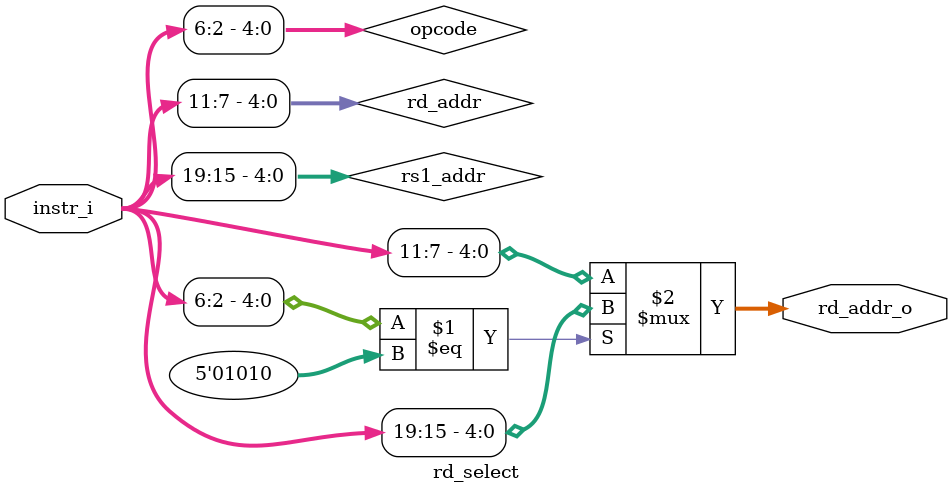
<source format=v>
module rd_select(
    instr_i,  // Instruction data
    rd_addr_o // Destination register index
);

input [32-1:0] instr_i;
output [5-1:0] rd_addr_o;
wire [5-1:0]rs1_addr; // Source register 1 index
wire [5-1:0]rd_addr; // Destination register index
wire [6:2]opcode; // Instruction opcode

assign opcode = instr_i[6:2];
assign rs1_addr = instr_i[19:15];
assign rd_addr = instr_i[11:7];

assign rd_addr_o = (opcode == 5'b01010) ? rs1_addr : rd_addr; //select output signal


endmodule
</source>
